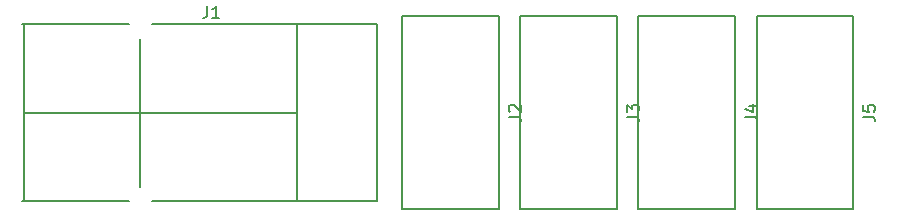
<source format=gbr>
G04 #@! TF.FileFunction,Legend,Top*
%FSLAX46Y46*%
G04 Gerber Fmt 4.6, Leading zero omitted, Abs format (unit mm)*
G04 Created by KiCad (PCBNEW 4.0.6+dfsg1-1) date Thu Jun 14 22:42:19 2018*
%MOMM*%
%LPD*%
G01*
G04 APERTURE LIST*
%ADD10C,0.100000*%
%ADD11C,0.150000*%
G04 APERTURE END LIST*
D10*
D11*
X113750000Y-69500000D02*
X107000000Y-69500000D01*
X113750000Y-84500000D02*
X113750000Y-69500000D01*
X107000000Y-84500000D02*
X113750000Y-84500000D01*
X92750000Y-69500000D02*
X83750000Y-69500000D01*
X94750000Y-84500000D02*
X107000000Y-84500000D01*
X84000000Y-77000000D02*
X107000000Y-77000000D01*
X107000000Y-69500000D02*
X94750000Y-69500000D01*
X107000000Y-84500000D02*
X107000000Y-69500000D01*
X83750000Y-84500000D02*
X92750000Y-84500000D01*
X83860000Y-84390000D02*
X83860000Y-69610000D01*
X93750000Y-83250000D02*
X93750000Y-70750000D01*
X115925000Y-68850000D02*
X124075000Y-68850000D01*
X124075000Y-68850000D02*
X124075000Y-85150000D01*
X124075000Y-85150000D02*
X115925000Y-85150000D01*
X115925000Y-85150000D02*
X115925000Y-68850000D01*
X125925000Y-68850000D02*
X134075000Y-68850000D01*
X134075000Y-68850000D02*
X134075000Y-85150000D01*
X134075000Y-85150000D02*
X125925000Y-85150000D01*
X125925000Y-85150000D02*
X125925000Y-68850000D01*
X135925000Y-68850000D02*
X144075000Y-68850000D01*
X144075000Y-68850000D02*
X144075000Y-85150000D01*
X144075000Y-85150000D02*
X135925000Y-85150000D01*
X135925000Y-85150000D02*
X135925000Y-68850000D01*
X145925000Y-68850000D02*
X154075000Y-68850000D01*
X154075000Y-68850000D02*
X154075000Y-85150000D01*
X154075000Y-85150000D02*
X145925000Y-85150000D01*
X145925000Y-85150000D02*
X145925000Y-68850000D01*
X99416667Y-67952381D02*
X99416667Y-68666667D01*
X99369047Y-68809524D01*
X99273809Y-68904762D01*
X99130952Y-68952381D01*
X99035714Y-68952381D01*
X100416667Y-68952381D02*
X99845238Y-68952381D01*
X100130952Y-68952381D02*
X100130952Y-67952381D01*
X100035714Y-68095238D01*
X99940476Y-68190476D01*
X99845238Y-68238095D01*
X124952381Y-77333333D02*
X125666667Y-77333333D01*
X125809524Y-77380953D01*
X125904762Y-77476191D01*
X125952381Y-77619048D01*
X125952381Y-77714286D01*
X125047619Y-76904762D02*
X125000000Y-76857143D01*
X124952381Y-76761905D01*
X124952381Y-76523809D01*
X125000000Y-76428571D01*
X125047619Y-76380952D01*
X125142857Y-76333333D01*
X125238095Y-76333333D01*
X125380952Y-76380952D01*
X125952381Y-76952381D01*
X125952381Y-76333333D01*
X134952381Y-77333333D02*
X135666667Y-77333333D01*
X135809524Y-77380953D01*
X135904762Y-77476191D01*
X135952381Y-77619048D01*
X135952381Y-77714286D01*
X134952381Y-76952381D02*
X134952381Y-76333333D01*
X135333333Y-76666667D01*
X135333333Y-76523809D01*
X135380952Y-76428571D01*
X135428571Y-76380952D01*
X135523810Y-76333333D01*
X135761905Y-76333333D01*
X135857143Y-76380952D01*
X135904762Y-76428571D01*
X135952381Y-76523809D01*
X135952381Y-76809524D01*
X135904762Y-76904762D01*
X135857143Y-76952381D01*
X144952381Y-77333333D02*
X145666667Y-77333333D01*
X145809524Y-77380953D01*
X145904762Y-77476191D01*
X145952381Y-77619048D01*
X145952381Y-77714286D01*
X145285714Y-76428571D02*
X145952381Y-76428571D01*
X144904762Y-76666667D02*
X145619048Y-76904762D01*
X145619048Y-76285714D01*
X154952381Y-77333333D02*
X155666667Y-77333333D01*
X155809524Y-77380953D01*
X155904762Y-77476191D01*
X155952381Y-77619048D01*
X155952381Y-77714286D01*
X154952381Y-76380952D02*
X154952381Y-76857143D01*
X155428571Y-76904762D01*
X155380952Y-76857143D01*
X155333333Y-76761905D01*
X155333333Y-76523809D01*
X155380952Y-76428571D01*
X155428571Y-76380952D01*
X155523810Y-76333333D01*
X155761905Y-76333333D01*
X155857143Y-76380952D01*
X155904762Y-76428571D01*
X155952381Y-76523809D01*
X155952381Y-76761905D01*
X155904762Y-76857143D01*
X155857143Y-76904762D01*
M02*

</source>
